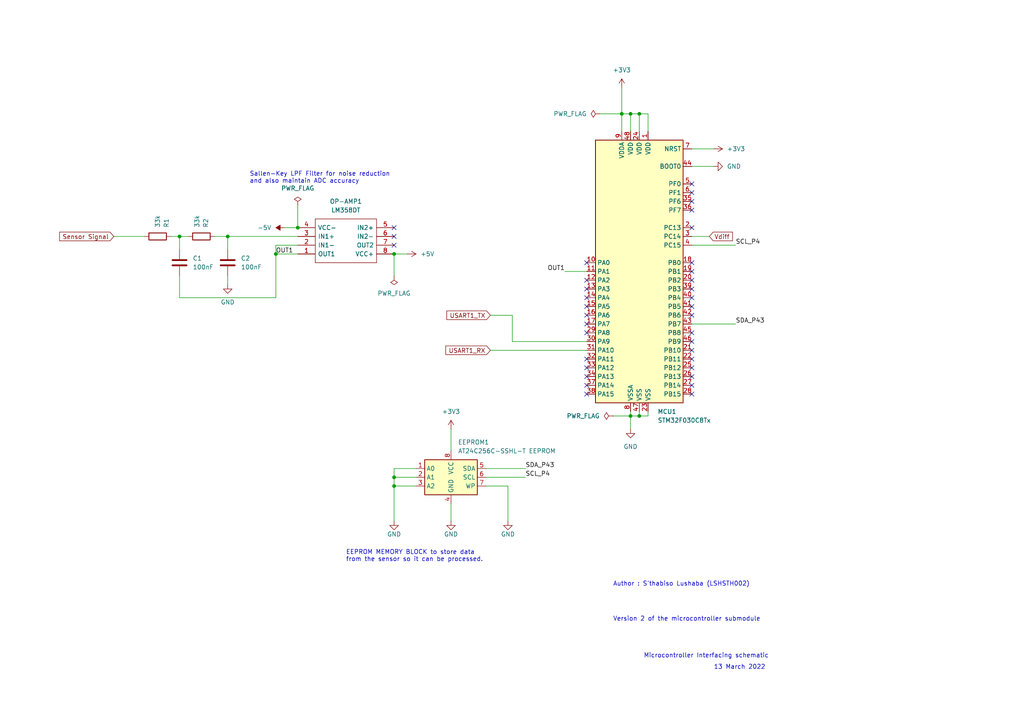
<source format=kicad_sch>
(kicad_sch (version 20211123) (generator eeschema)
  (paper "A4")
  (lib_symbols
    (symbol "Device:C" (pin_numbers hide) (pin_names (offset 0.254))
      (property "Reference" "C" (at 0.635 2.54 0))
      (property "Value" "C" (at 0.635 -2.54 0))
      (symbol "C_0_1"
        (polyline (pts (xy -2.032 -0.762) (xy 2.032 -0.762)) (stroke (width 0.508)))
        (polyline (pts (xy -2.032 0.762) (xy 2.032 0.762)) (stroke (width 0.508)))
      )
      (symbol "C_1_1"
        (pin passive line (at 0 3.81 270) (length 2.794) (name "~") (number "1"))
        (pin passive line (at 0 -3.81 90) (length 2.794) (name "~") (number "2"))
      )
    )
    (symbol "Device:R" (pin_numbers hide) (pin_names (offset 0))
      (property "Reference" "R" (at 2.032 0 90))
      (property "Value" "R" (at 0 0 90))
      (symbol "R_0_1"
        (rectangle (start -1.016 -2.54) (end 1.016 2.54) (stroke (width 0.254)))
      )
      (symbol "R_1_1"
        (pin passive line (at 0 3.81 270) (length 1.27) (name "~") (number "1"))
        (pin passive line (at 0 -3.81 90) (length 1.27) (name "~") (number "2"))
      )
    )
    (symbol "LM358DT:LM358DT" (pin_names (offset 0.762))
      (property "Reference" "IC" (at 24.13 7.62 0))
      (property "Value" "LM358DT" (at 24.13 5.08 0))
      (symbol "LM358DT_0_0"
        (pin passive line (at 0 0 0) (length 5.08) (name "OUT1") (number "1"))
        (pin passive line (at 0 -2.54 0) (length 5.08) (name "IN1-") (number "2"))
        (pin passive line (at 0 -5.08 0) (length 5.08) (name "IN1+") (number "3"))
        (pin passive line (at 0 -7.62 0) (length 5.08) (name "VCC-") (number "4"))
        (pin passive line (at 27.94 -7.62 180) (length 5.08) (name "IN2+") (number "5"))
        (pin passive line (at 27.94 -5.08 180) (length 5.08) (name "IN2-") (number "6"))
        (pin passive line (at 27.94 -2.54 180) (length 5.08) (name "OUT2") (number "7"))
        (pin passive line (at 27.94 0 180) (length 5.08) (name "VCC+") (number "8"))
      )
      (symbol "LM358DT_0_1"
        (polyline (pts (xy 5.08 2.54) (xy 22.86 2.54) (xy 22.86 -10.16) (xy 5.08 -10.16) (xy 5.08 2.54)) (stroke (width 0.1524)))
      )
    )
    (symbol "MCU_ST_STM32F0:STM32F030C8Tx"
      (property "Reference" "U" (at -12.7 39.37 0))
      (property "Value" "STM32F030C8Tx" (at 7.62 39.37 0))
      (symbol "STM32F030C8Tx_0_1"
        (rectangle (start -12.7 -38.1) (end 12.7 38.1) (stroke (width 0.254)) (fill (type background)))
      )
      (symbol "STM32F030C8Tx_1_1"
        (pin power_in line (at -2.54 40.64 270) (length 2.54) (name "VDD") (number "1"))
        (pin bidirectional line (at 15.24 2.54 180) (length 2.54) (name "PA0") (number "10"))
        (pin bidirectional line (at 15.24 0 180) (length 2.54) (name "PA1") (number "11"))
        (pin bidirectional line (at 15.24 -2.54 180) (length 2.54) (name "PA2") (number "12"))
        (pin bidirectional line (at 15.24 -5.08 180) (length 2.54) (name "PA3") (number "13"))
        (pin bidirectional line (at 15.24 -7.62 180) (length 2.54) (name "PA4") (number "14"))
        (pin bidirectional line (at 15.24 -10.16 180) (length 2.54) (name "PA5") (number "15"))
        (pin bidirectional line (at 15.24 -12.7 180) (length 2.54) (name "PA6") (number "16"))
        (pin bidirectional line (at 15.24 -15.24 180) (length 2.54) (name "PA7") (number "17"))
        (pin bidirectional line (at -15.24 2.54 0) (length 2.54) (name "PB0") (number "18"))
        (pin bidirectional line (at -15.24 0 0) (length 2.54) (name "PB1") (number "19"))
        (pin bidirectional line (at -15.24 12.7 0) (length 2.54) (name "PC13") (number "2"))
        (pin bidirectional line (at -15.24 -2.54 0) (length 2.54) (name "PB2") (number "20"))
        (pin bidirectional line (at -15.24 -22.86 0) (length 2.54) (name "PB10") (number "21"))
        (pin bidirectional line (at -15.24 -25.4 0) (length 2.54) (name "PB11") (number "22"))
        (pin power_in line (at -2.54 -40.64 90) (length 2.54) (name "VSS") (number "23"))
        (pin power_in line (at 0 40.64 270) (length 2.54) (name "VDD") (number "24"))
        (pin bidirectional line (at -15.24 -27.94 0) (length 2.54) (name "PB12") (number "25"))
        (pin bidirectional line (at -15.24 -30.48 0) (length 2.54) (name "PB13") (number "26"))
        (pin bidirectional line (at -15.24 -33.02 0) (length 2.54) (name "PB14") (number "27"))
        (pin bidirectional line (at -15.24 -35.56 0) (length 2.54) (name "PB15") (number "28"))
        (pin bidirectional line (at 15.24 -17.78 180) (length 2.54) (name "PA8") (number "29"))
        (pin bidirectional line (at -15.24 10.16 0) (length 2.54) (name "PC14") (number "3"))
        (pin bidirectional line (at 15.24 -20.32 180) (length 2.54) (name "PA9") (number "30"))
        (pin bidirectional line (at 15.24 -22.86 180) (length 2.54) (name "PA10") (number "31"))
        (pin bidirectional line (at 15.24 -25.4 180) (length 2.54) (name "PA11") (number "32"))
        (pin bidirectional line (at 15.24 -27.94 180) (length 2.54) (name "PA12") (number "33"))
        (pin bidirectional line (at 15.24 -30.48 180) (length 2.54) (name "PA13") (number "34"))
        (pin bidirectional line (at -15.24 20.32 0) (length 2.54) (name "PF6") (number "35"))
        (pin bidirectional line (at -15.24 17.78 0) (length 2.54) (name "PF7") (number "36"))
        (pin bidirectional line (at 15.24 -33.02 180) (length 2.54) (name "PA14") (number "37"))
        (pin bidirectional line (at 15.24 -35.56 180) (length 2.54) (name "PA15") (number "38"))
        (pin bidirectional line (at -15.24 -5.08 0) (length 2.54) (name "PB3") (number "39"))
        (pin bidirectional line (at -15.24 7.62 0) (length 2.54) (name "PC15") (number "4"))
        (pin bidirectional line (at -15.24 -7.62 0) (length 2.54) (name "PB4") (number "40"))
        (pin bidirectional line (at -15.24 -10.16 0) (length 2.54) (name "PB5") (number "41"))
        (pin bidirectional line (at -15.24 -12.7 0) (length 2.54) (name "PB6") (number "42"))
        (pin bidirectional line (at -15.24 -15.24 0) (length 2.54) (name "PB7") (number "43"))
        (pin input line (at -15.24 30.48 0) (length 2.54) (name "BOOT0") (number "44"))
        (pin bidirectional line (at -15.24 -17.78 0) (length 2.54) (name "PB8") (number "45"))
        (pin bidirectional line (at -15.24 -20.32 0) (length 2.54) (name "PB9") (number "46"))
        (pin power_in line (at 0 -40.64 90) (length 2.54) (name "VSS") (number "47"))
        (pin power_in line (at 2.54 40.64 270) (length 2.54) (name "VDD") (number "48"))
        (pin input line (at -15.24 25.4 0) (length 2.54) (name "PF0") (number "5"))
        (pin input line (at -15.24 22.86 0) (length 2.54) (name "PF1") (number "6"))
        (pin input line (at -15.24 35.56 0) (length 2.54) (name "NRST") (number "7"))
        (pin power_in line (at 2.54 -40.64 90) (length 2.54) (name "VSSA") (number "8"))
        (pin power_in line (at 5.08 40.64 270) (length 2.54) (name "VDDA") (number "9"))
      )
    )
    (symbol "Memory_EEPROM:24LC64"
      (property "Reference" "U" (at -6.35 6.35 0))
      (property "Value" "24LC64" (at 1.27 6.35 0))
      (symbol "24LC64_1_1"
        (rectangle (start -7.62 5.08) (end 7.62 -5.08) (stroke (width 0.254)) (fill (type background)))
        (pin input line (at -10.16 2.54 0) (length 2.54) (name "A0") (number "1"))
        (pin input line (at -10.16 0 0) (length 2.54) (name "A1") (number "2"))
        (pin input line (at -10.16 -2.54 0) (length 2.54) (name "A2") (number "3"))
        (pin power_in line (at 0 -7.62 90) (length 2.54) (name "GND") (number "4"))
        (pin bidirectional line (at 10.16 2.54 180) (length 2.54) (name "SDA") (number "5"))
        (pin input line (at 10.16 0 180) (length 2.54) (name "SCL") (number "6"))
        (pin input line (at 10.16 -2.54 180) (length 2.54) (name "WP") (number "7"))
        (pin power_in line (at 0 7.62 270) (length 2.54) (name "VCC") (number "8"))
      )
    )
    (symbol "power:+3V3" (power) (pin_names (offset 0))
      (property "Value" "+3V3" (at 0 3.556 0))
      (symbol "+3V3_0_1"
        (polyline (pts (xy -0.762 1.27) (xy 0 2.54)))
        (polyline (pts (xy 0 0) (xy 0 2.54)))
        (polyline (pts (xy 0 2.54) (xy 0.762 1.27)))
      )
      (symbol "+3V3_1_1"
        (pin power_in line (at 0 0 90) (length 0) hide (name "+3V3") (number "1"))
      )
    )
    (symbol "power:+5V" (power) (pin_names (offset 0))
      (property "Value" "+5V" (at 0 3.556 0))
      (symbol "+5V_0_1"
        (polyline (pts (xy -0.762 1.27) (xy 0 2.54)))
        (polyline (pts (xy 0 0) (xy 0 2.54)))
        (polyline (pts (xy 0 2.54) (xy 0.762 1.27)))
      )
      (symbol "+5V_1_1"
        (pin power_in line (at 0 0 90) (length 0) hide (name "+5V") (number "1"))
      )
    )
    (symbol "power:-5V" (power) (pin_names (offset 0))
      (property "Value" "-5V" (at 0 3.81 0))
      (symbol "-5V_0_0"
        (pin power_in line (at 0 0 90) (length 0) hide (name "-5V") (number "1"))
      )
      (symbol "-5V_0_1"
        (polyline (pts (xy 0 0) (xy 0 1.27) (xy 0.762 1.27) (xy 0 2.54) (xy -0.762 1.27) (xy 0 1.27)) (fill (type outline)))
      )
    )
    (symbol "power:GND" (power) (pin_names (offset 0))
      (property "Value" "GND" (at 0 -3.81 0))
      (symbol "GND_0_1"
        (polyline (pts (xy 0 0) (xy 0 -1.27) (xy 1.27 -1.27) (xy 0 -2.54) (xy -1.27 -1.27) (xy 0 -1.27)))
      )
      (symbol "GND_1_1"
        (pin power_in line (at 0 0 270) (length 0) hide (name "GND") (number "1"))
      )
    )
    (symbol "power:PWR_FLAG" (power) (pin_numbers hide) (pin_names (offset 0) hide)
      (property "Value" "PWR_FLAG" (at 0 3.81 0))
      (symbol "PWR_FLAG_0_0"
        (pin power_out line (at 0 0 90) (length 0) (name "pwr") (number "1"))
      )
      (symbol "PWR_FLAG_0_1"
        (polyline (pts (xy 0 0) (xy 0 1.27) (xy -1.016 1.905) (xy 0 2.54) (xy 1.016 1.905) (xy 0 1.27)))
      )
    )
  )
  (junction (at 80.01 73.66))
  (junction (at 182.88 33.02))
  (junction (at 185.42 33.02))
  (junction (at 52.07 68.58))
  (junction (at 114.3 140.97))
  (junction (at 114.3 138.43))
  (junction (at 66.04 68.58))
  (junction (at 114.3 73.66))
  (junction (at 185.42 120.65))
  (junction (at 86.36 66.04))
  (junction (at 182.88 120.65))
  (junction (at 180.34 33.02))
  (no_connect (at 200.66 53.34))
  (no_connect (at 200.66 55.88))
  (no_connect (at 200.66 58.42))
  (no_connect (at 200.66 60.96))
  (no_connect (at 200.66 66.04))
  (no_connect (at 170.18 81.28))
  (no_connect (at 170.18 76.2))
  (no_connect (at 200.66 96.52))
  (no_connect (at 200.66 76.2))
  (no_connect (at 200.66 78.74))
  (no_connect (at 200.66 81.28))
  (no_connect (at 200.66 83.82))
  (no_connect (at 200.66 86.36))
  (no_connect (at 200.66 88.9))
  (no_connect (at 200.66 91.44))
  (no_connect (at 170.18 111.76))
  (no_connect (at 170.18 109.22))
  (no_connect (at 170.18 93.98))
  (no_connect (at 170.18 91.44))
  (no_connect (at 170.18 88.9))
  (no_connect (at 170.18 86.36))
  (no_connect (at 170.18 83.82))
  (no_connect (at 200.66 99.06))
  (no_connect (at 200.66 101.6))
  (no_connect (at 200.66 104.14))
  (no_connect (at 200.66 106.68))
  (no_connect (at 200.66 109.22))
  (no_connect (at 200.66 111.76))
  (no_connect (at 170.18 106.68))
  (no_connect (at 170.18 104.14))
  (no_connect (at 200.66 114.3))
  (no_connect (at 170.18 114.3))
  (no_connect (at 170.18 96.52))
  (no_connect (at 114.3 66.04))
  (no_connect (at 114.3 68.58))
  (no_connect (at 114.3 71.12))
  (wire (pts (xy 80.01 71.12) (xy 86.36 71.12)))
  (wire (pts (xy 49.53 68.58) (xy 52.07 68.58)))
  (wire (pts (xy 182.88 119.38) (xy 182.88 120.65)))
  (wire (pts (xy 187.96 120.65) (xy 185.42 120.65)))
  (wire (pts (xy 182.88 33.02) (xy 185.42 33.02)))
  (wire (pts (xy 52.07 68.58) (xy 54.61 68.58)))
  (wire (pts (xy 62.23 68.58) (xy 66.04 68.58)))
  (wire (pts (xy 114.3 138.43) (xy 120.65 138.43)))
  (wire (pts (xy 52.07 68.58) (xy 52.07 72.39)))
  (wire (pts (xy 114.3 140.97) (xy 120.65 140.97)))
  (wire (pts (xy 80.01 73.66) (xy 80.01 71.12)))
  (wire (pts (xy 185.42 119.38) (xy 185.42 120.65)))
  (wire (pts (xy 114.3 135.89) (xy 114.3 138.43)))
  (wire (pts (xy 66.04 80.01) (xy 66.04 82.55)))
  (wire (pts (xy 173.99 33.02) (xy 180.34 33.02)))
  (wire (pts (xy 187.96 119.38) (xy 187.96 120.65)))
  (wire (pts (xy 200.66 68.58) (xy 205.74 68.58)))
  (wire (pts (xy 185.42 120.65) (xy 182.88 120.65)))
  (wire (pts (xy 80.01 86.36) (xy 80.01 73.66)))
  (wire (pts (xy 180.34 33.02) (xy 182.88 33.02)))
  (wire (pts (xy 142.24 91.44) (xy 148.59 91.44)))
  (wire (pts (xy 114.3 138.43) (xy 114.3 140.97)))
  (wire (pts (xy 130.81 146.05) (xy 130.81 151.13)))
  (wire (pts (xy 52.07 80.01) (xy 52.07 86.36)))
  (wire (pts (xy 52.07 86.36) (xy 80.01 86.36)))
  (wire (pts (xy 148.59 99.06) (xy 170.18 99.06)))
  (wire (pts (xy 177.8 120.65) (xy 182.88 120.65)))
  (wire (pts (xy 33.02 68.58) (xy 41.91 68.58)))
  (wire (pts (xy 187.96 38.1) (xy 187.96 33.02)))
  (wire (pts (xy 182.88 120.65) (xy 182.88 124.46)))
  (wire (pts (xy 80.01 73.66) (xy 86.36 73.66)))
  (wire (pts (xy 147.32 140.97) (xy 147.32 151.13)))
  (wire (pts (xy 200.66 71.12) (xy 213.36 71.12)))
  (wire (pts (xy 66.04 68.58) (xy 86.36 68.58)))
  (wire (pts (xy 200.66 93.98) (xy 213.36 93.98)))
  (wire (pts (xy 130.81 124.46) (xy 130.81 130.81)))
  (wire (pts (xy 200.66 43.18) (xy 207.01 43.18)))
  (wire (pts (xy 185.42 33.02) (xy 185.42 38.1)))
  (wire (pts (xy 142.24 101.6) (xy 170.18 101.6)))
  (wire (pts (xy 180.34 33.02) (xy 180.34 38.1)))
  (wire (pts (xy 66.04 68.58) (xy 66.04 72.39)))
  (wire (pts (xy 140.97 135.89) (xy 152.4 135.89)))
  (wire (pts (xy 140.97 140.97) (xy 147.32 140.97)))
  (wire (pts (xy 114.3 73.66) (xy 114.3 80.01)))
  (wire (pts (xy 200.66 48.26) (xy 207.01 48.26)))
  (wire (pts (xy 185.42 33.02) (xy 187.96 33.02)))
  (wire (pts (xy 180.34 25.4) (xy 180.34 33.02)))
  (wire (pts (xy 140.97 138.43) (xy 152.4 138.43)))
  (wire (pts (xy 163.83 78.74) (xy 170.18 78.74)))
  (wire (pts (xy 114.3 73.66) (xy 118.11 73.66)))
  (wire (pts (xy 148.59 91.44) (xy 148.59 99.06)))
  (wire (pts (xy 182.88 33.02) (xy 182.88 38.1)))
  (wire (pts (xy 120.65 135.89) (xy 114.3 135.89)))
  (wire (pts (xy 86.36 59.69) (xy 86.36 66.04)))
  (wire (pts (xy 114.3 140.97) (xy 114.3 151.13)))
  (wire (pts (xy 82.55 66.04) (xy 86.36 66.04)))
  (text "Author : S'thabiso Lushaba (LSHSTH002)\n" (at 177.8 170.18 0) (effects (font (size 1.27 1.27)) (justify left bottom)))
  (text "Version 2 of the microcontroller submodule" (at 177.8 180.34 0) (effects (font (size 1.27 1.27)) (justify left bottom)))
  (text "Microcontroller Interfacing schematic\n\n" (at 186.69 193.04 0) (effects (font (size 1.27 1.27)) (justify left bottom)))
  (text "13 March 2022" (at 207.01 194.31 0) (effects (font (size 1.27 1.27)) (justify left bottom)))
  (text "EEPROM MEMORY BLOCK to store data \nfrom the sensor so it can be processed.\n\n" (at 100.33 165.1 0) (effects (font (size 1.27 1.27)) (justify left bottom)))
  (text "\n" (at 269.24 194.31 0) (effects (font (size 1.27 1.27)) (justify left bottom)))
  (text "Sallen-Key LPF Filter for noise reduction\nand also maintain ADC accuracy\n" (at 72.39 53.34 0) (effects (font (size 1.27 1.27)) (justify left bottom)))
  (label "SCL_P4" (at 152.4 138.43 0))
  (label "SDA_P43" (at 213.36 93.98 0))
  (label "SCL_P4" (at 213.36 71.12 0))
  (label "OUT1" (at 80.01 73.66 0))
  (label "OUT1" (at 163.83 78.74 180))
  (label "SDA_P43" (at 152.4 135.89 0))
  (global_label "USART1_RX" (shape input) (at 142.24 101.6 180) (property "Intersheet References" "${INTERSHEET_REFS}" (effects hide)))
  (global_label "USART1_TX" (shape input) (at 142.24 91.44 180) (property "Intersheet References" "${INTERSHEET_REFS}" (effects hide)))
  (global_label "Sensor Signal" (shape input) (at 33.02 68.58 180) (property "Intersheet References" "${INTERSHEET_REFS}" (effects hide)))
  (global_label "Vdiff" (shape input) (at 205.74 68.58 0) (property "Intersheet References" "${INTERSHEET_REFS}" (effects hide)))
  (symbol (lib_id "power:+3V3") (at 130.81 124.46 0) (unit 1)
    (property "Reference" "#PWR03" (effects hide))
    (property "Value" "+3V3" (at 130.81 119.38 0))
  )
  (symbol (lib_id "power:PWR_FLAG") (at 114.3 80.01 180) (unit 1)
    (property "Reference" "#FLG0102" (effects hide))
    (property "Value" "PWR_FLAG" (at 114.3 85.09 0))
  )
  (symbol (lib_id "power:GND") (at 130.81 151.13 0) (unit 1)
    (property "Reference" "#PWR0104" (effects hide))
    (property "Value" "GND" (at 130.81 154.94 0))
  )
  (symbol (lib_id "Device:R") (at 45.72 68.58 90) (unit 1)
    (property "Reference" "R1" (at 48.26 66.04 0) (effects (justify left)))
    (property "Value" "33k" (at 45.72 66.04 0) (effects (justify left)))
    (property "JLCPCB Part" "C425317" (effects hide))
    (property "Price" "$0.006" (effects hide))
    (property "Manufacturer_Part_Number" "4D02WGF3302TCE" (effects hide))
  )
  (symbol (lib_id "MCU_ST_STM32F0:STM32F030C8Tx") (at 185.42 78.74 0) (mirror y) (unit 1)
    (property "Reference" "MCU1" (at 190.7287 119.38 0) (effects (justify right)))
    (property "Value" "STM32F030C8Tx" (at 190.7287 121.92 0) (effects (justify right)))
    (property "Footprint" "Package_QFP:LQFP-48_7x7mm_P0.5mm" (effects hide))
    (property "Datasheet" "http://www.st.com/st-web-ui/static/active/en/resource/technical/document/datasheet/DM00088500.pdf" (effects hide))
    (property "Price" "$0.00" (effects hide))
  )
  (symbol (lib_id "Device:C") (at 52.07 76.2 0) (unit 1)
    (property "Reference" "C1" (at 55.88 74.9299 0) (effects (justify left)))
    (property "Value" "100nF" (at 55.88 77.4699 0) (effects (justify left)))
    (property "JLCPCB Part" "C254109" (effects hide))
    (property "Price" "$0.0229" (effects hide))
    (property "Manufacturer_Part_Number" "CC2A104ZC1ID3F7C30MF" (effects hide))
  )
  (symbol (lib_id "Device:C") (at 66.04 76.2 0) (unit 1)
    (property "Reference" "C2" (at 69.85 74.9299 0) (effects (justify left)))
    (property "Value" "100nF" (at 69.85 77.4699 0) (effects (justify left)))
    (property "JLCPCB Part" "C254109" (effects hide))
    (property "Price" "$0.0229" (effects hide))
    (property "Manufacturer_Part_Number" "CC2A104ZC1ID3F7C30MF" (effects hide))
  )
  (symbol (lib_id "power:PWR_FLAG") (at 86.36 59.69 0) (unit 1)
    (property "Reference" "#FLG0101" (effects hide))
    (property "Value" "PWR_FLAG" (at 86.36 54.61 0))
  )
  (symbol (lib_id "Device:R") (at 58.42 68.58 90) (unit 1)
    (property "Reference" "R2" (at 59.69 66.04 0) (effects (justify left)))
    (property "Value" "33k" (at 57.15 66.04 0) (effects (justify left)))
    (property "JLCPCB Part" "C425317" (effects hide))
    (property "Price" "$0.006" (effects hide))
    (property "Manufacturer_Part_Number" "4D02WGF3302TCE" (effects hide))
  )
  (symbol (lib_id "power:GND") (at 66.04 82.55 0) (unit 1)
    (property "Reference" "#PWR0101" (effects hide))
    (property "Value" "GND" (at 66.04 87.63 0))
  )
  (symbol (lib_id "power:PWR_FLAG") (at 173.99 33.02 90) (unit 1)
    (property "Reference" "#FLG0104" (effects hide))
    (property "Value" "PWR_FLAG" (at 170.18 33.0199 90) (effects (justify left)))
  )
  (symbol (lib_id "Memory_EEPROM:24LC64") (at 130.81 138.43 0) (unit 1)
    (property "Reference" "EEPROM1" (at 132.8294 128.27 0) (effects (justify left)))
    (property "Value" "AT24C256C-SSHL-T EEPROM" (at 132.8294 130.81 0) (effects (justify left)))
    (property "Datasheet" "http://ww1.microchip.com/downloads/en/DeviceDoc/21189f.pdf" (effects hide))
    (property "JLCPCB Part" "C6482" (effects hide))
    (property "Price" "$1.5556" (effects hide))
    (property "Manufacturer_Part_Number" "AT24C256C-SSHL-T" (effects hide))
  )
  (symbol (lib_id "power:GND") (at 182.88 124.46 0) (unit 1)
    (property "Reference" "#PWR0105" (effects hide))
    (property "Value" "GND" (at 182.88 129.54 0))
  )
  (symbol (lib_id "power:+3V3") (at 207.01 43.18 270) (unit 1)
    (property "Reference" "#PWR05" (effects hide))
    (property "Value" "+3V3" (at 210.82 43.1799 90) (effects (justify left)))
  )
  (symbol (lib_id "power:PWR_FLAG") (at 177.8 120.65 90) (unit 1)
    (property "Reference" "#FLG0103" (effects hide))
    (property "Value" "PWR_FLAG" (at 173.99 120.6499 90) (effects (justify left)))
  )
  (symbol (lib_id "LM358DT:LM358DT") (at 86.36 73.66 0) (mirror x) (unit 1)
    (property "Reference" "OP-AMP1" (at 100.33 58.42 0))
    (property "Value" "LM358DT" (at 100.33 60.96 0))
    (property "Footprint" "SOIC127P600X175-8N" (effects hide))
    (property "Datasheet" "http://www.st.com/st-web-ui/static/active/en/resource/technical/document/datasheet/CD00000464.pdf" (effects hide))
    (property "Description" "LM358DT, Dual Operational Amplifier 1.1MHz 5 to 28V, 8-Pin SO" (effects hide))
    (property "Height" "1.75" (effects hide))
    (property "Manufacturer_Name" "STMicroelectronics" (effects hide))
    (property "Manufacturer_Part_Number" "LM358DT" (effects hide))
    (property "Mouser Part Number" "511-LM358DT" (effects hide))
    (property "Mouser Price/Stock" "https://www.mouser.co.uk/ProductDetail/STMicroelectronics/LM358DT?qs=omvQGv%252BAfzDWfqgV6a5v9A%3D%3D" (effects hide))
    (property "Arrow Part Number" "LM358DT" (effects hide))
    (property "Arrow Price/Stock" "https://www.arrow.com/en/products/lm358dt/stmicroelectronics?region=nac" (effects hide))
    (property "JLCPCB Part" "C9418" (effects hide))
    (property "Price" "$0.1043" (effects hide))
  )
  (symbol (lib_id "power:+3V3") (at 180.34 25.4 0) (unit 1)
    (property "Reference" "#PWR04" (effects hide))
    (property "Value" "+3V3" (at 180.34 20.32 0))
  )
  (symbol (lib_id "power:GND") (at 207.01 48.26 90) (unit 1)
    (property "Reference" "#PWR0107" (effects hide))
    (property "Value" "GND" (at 210.82 48.2599 90) (effects (justify right)))
  )
  (symbol (lib_id "power:-5V") (at 82.55 66.04 90) (unit 1)
    (property "Reference" "#PWR01" (effects hide))
    (property "Value" "-5V" (at 78.74 66.0399 90) (effects (justify left)))
  )
  (symbol (lib_id "power:GND") (at 147.32 151.13 0) (unit 1)
    (property "Reference" "#PWR0106" (effects hide))
    (property "Value" "GND" (at 147.32 154.94 0))
  )
  (symbol (lib_id "power:+5V") (at 118.11 73.66 270) (unit 1)
    (property "Reference" "#PWR02" (effects hide))
    (property "Value" "+5V" (at 121.92 73.6599 90) (effects (justify left)))
  )
  (symbol (lib_id "power:GND") (at 114.3 151.13 0) (unit 1)
    (property "Reference" "#PWR0102" (effects hide))
    (property "Value" "GND" (at 114.3 154.94 0))
  )
)
</source>
